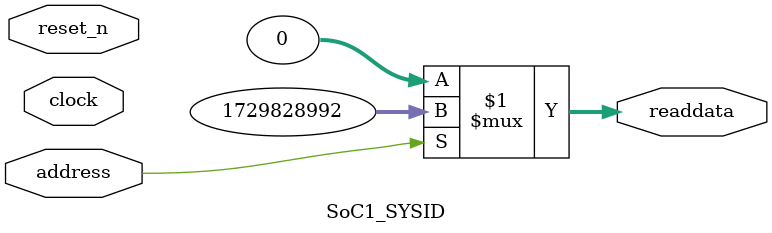
<source format=v>

`timescale 1ns / 1ps
// synthesis translate_on

// turn off superfluous verilog processor warnings 
// altera message_level Level1 
// altera message_off 10034 10035 10036 10037 10230 10240 10030 

module SoC1_SYSID (
               // inputs:
                address,
                clock,
                reset_n,

               // outputs:
                readdata
             )
;

  output  [ 31: 0] readdata;
  input            address;
  input            clock;
  input            reset_n;

  wire    [ 31: 0] readdata;
  //control_slave, which is an e_avalon_slave
  assign readdata = address ? 1729828992 : 0;

endmodule




</source>
